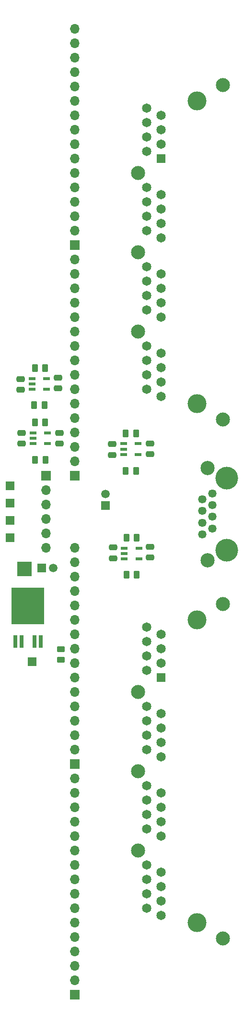
<source format=gts>
%TF.GenerationSoftware,KiCad,Pcbnew,8.0.5*%
%TF.CreationDate,2024-12-10T19:13:56+02:00*%
%TF.ProjectId,Pico Wide GPIO Connect,5069636f-2057-4696-9465-204750494f20,rev?*%
%TF.SameCoordinates,PX1c76608PY1287e58*%
%TF.FileFunction,Soldermask,Top*%
%TF.FilePolarity,Negative*%
%FSLAX46Y46*%
G04 Gerber Fmt 4.6, Leading zero omitted, Abs format (unit mm)*
G04 Created by KiCad (PCBNEW 8.0.5) date 2024-12-10 19:13:56*
%MOMM*%
%LPD*%
G01*
G04 APERTURE LIST*
G04 Aperture macros list*
%AMRoundRect*
0 Rectangle with rounded corners*
0 $1 Rounding radius*
0 $2 $3 $4 $5 $6 $7 $8 $9 X,Y pos of 4 corners*
0 Add a 4 corners polygon primitive as box body*
4,1,4,$2,$3,$4,$5,$6,$7,$8,$9,$2,$3,0*
0 Add four circle primitives for the rounded corners*
1,1,$1+$1,$2,$3*
1,1,$1+$1,$4,$5*
1,1,$1+$1,$6,$7*
1,1,$1+$1,$8,$9*
0 Add four rect primitives between the rounded corners*
20,1,$1+$1,$2,$3,$4,$5,0*
20,1,$1+$1,$4,$5,$6,$7,0*
20,1,$1+$1,$6,$7,$8,$9,0*
20,1,$1+$1,$8,$9,$2,$3,0*%
G04 Aperture macros list end*
%ADD10R,1.500000X1.500000*%
%ADD11C,1.500000*%
%ADD12RoundRect,0.250000X0.262500X0.450000X-0.262500X0.450000X-0.262500X-0.450000X0.262500X-0.450000X0*%
%ADD13RoundRect,0.250000X-0.262500X-0.450000X0.262500X-0.450000X0.262500X0.450000X-0.262500X0.450000X0*%
%ADD14RoundRect,0.250000X0.475000X-0.250000X0.475000X0.250000X-0.475000X0.250000X-0.475000X-0.250000X0*%
%ADD15R,1.150000X0.600000*%
%ADD16R,2.500000X2.500000*%
%ADD17C,3.330000*%
%ADD18R,1.650000X1.650000*%
%ADD19C,1.650000*%
%ADD20C,2.475000*%
%ADD21RoundRect,0.250000X0.450000X-0.262500X0.450000X0.262500X-0.450000X0.262500X-0.450000X-0.262500X0*%
%ADD22R,0.800000X2.200000*%
%ADD23R,5.800000X6.400000*%
%ADD24C,4.000000*%
%ADD25C,1.470000*%
%ADD26C,2.500000*%
%ADD27R,1.700000X1.700000*%
%ADD28O,1.700000X1.700000*%
G04 APERTURE END LIST*
D10*
%TO.C,C9*%
X-5826000Y-94996000D03*
D11*
X-3826000Y-94996000D03*
%TD*%
D10*
%TO.C,C10*%
X5461000Y-83931000D03*
D11*
X5461000Y-81930999D03*
%TD*%
D12*
%TO.C,R4*%
X10945500Y-96125500D03*
X9120500Y-96125500D03*
%TD*%
D13*
%TO.C,R9*%
X-7038500Y-59741000D03*
X-5213500Y-59741000D03*
%TD*%
%TO.C,R8*%
X-7038500Y-69332000D03*
X-5213500Y-69332000D03*
%TD*%
%TO.C,R7*%
X8993500Y-71237000D03*
X10818500Y-71237000D03*
%TD*%
%TO.C,R6*%
X9130500Y-89652000D03*
X10955500Y-89652000D03*
%TD*%
D14*
%TO.C,C8*%
X6741000Y-93263000D03*
X6741000Y-91363000D03*
%TD*%
%TO.C,C7*%
X6604000Y-75052000D03*
X6604000Y-73152000D03*
%TD*%
%TO.C,C6*%
X-9428000Y-73070000D03*
X-9428000Y-71170000D03*
%TD*%
%TO.C,C5*%
X-9555000Y-63606000D03*
X-9555000Y-61706000D03*
%TD*%
%TO.C,C4*%
X13335000Y-93136000D03*
X13335000Y-91236000D03*
%TD*%
%TO.C,C3*%
X13335000Y-74930000D03*
X13335000Y-73030000D03*
%TD*%
%TO.C,C2*%
X-2697000Y-73070000D03*
X-2697000Y-71170000D03*
%TD*%
%TO.C,C1*%
X-2951000Y-63352000D03*
X-2951000Y-61452000D03*
%TD*%
D12*
%TO.C,R1*%
X-5340500Y-66238000D03*
X-7165500Y-66238000D03*
%TD*%
D15*
%TO.C,IC1*%
X-7553000Y-61595000D03*
X-7553000Y-62545000D03*
X-7553000Y-63495000D03*
X-4953000Y-63495000D03*
X-4953000Y-61595000D03*
%TD*%
D12*
%TO.C,R3*%
X10818500Y-77861000D03*
X8993500Y-77861000D03*
%TD*%
%TO.C,R2*%
X-5183500Y-75956000D03*
X-7008500Y-75956000D03*
%TD*%
D15*
%TO.C,IC4*%
X8733000Y-91482500D03*
X8733000Y-92432500D03*
X8733000Y-93382500D03*
X11333000Y-93382500D03*
X11333000Y-91482500D03*
%TD*%
%TO.C,IC2*%
X-7396000Y-71186000D03*
X-7396000Y-72136000D03*
X-7396000Y-73086000D03*
X-4796000Y-73086000D03*
X-4796000Y-71186000D03*
%TD*%
%TO.C,IC3*%
X8606000Y-73091000D03*
X8606000Y-74041000D03*
X8606000Y-74991000D03*
X11206000Y-74991000D03*
X11206000Y-73091000D03*
%TD*%
D16*
%TO.C,TP1*%
X-8890000Y-95123000D03*
%TD*%
D17*
%TO.C,J3*%
X21590000Y-157480000D03*
X21590000Y-104140000D03*
D18*
X15240000Y-114300000D03*
D19*
X12700000Y-113030000D03*
X15240000Y-111760000D03*
X12700000Y-110490000D03*
X15240000Y-109220000D03*
X12700000Y-107950000D03*
X15240000Y-106680000D03*
X12700000Y-105410000D03*
X15240000Y-128270000D03*
X12700000Y-127000000D03*
X15240000Y-125730000D03*
X12700000Y-124460000D03*
X15240000Y-123190000D03*
X12700000Y-121920000D03*
X15240000Y-120650000D03*
X12700000Y-119380000D03*
X15240000Y-142240000D03*
X12700000Y-140970000D03*
X15240000Y-139700000D03*
X12700000Y-138430000D03*
X15240000Y-137160000D03*
X12700000Y-135890000D03*
X15240000Y-134620000D03*
X12700000Y-133350000D03*
X15240000Y-156210000D03*
X12700000Y-154940000D03*
X15240000Y-153670000D03*
X12700000Y-152400000D03*
X15240000Y-151130000D03*
X12700000Y-149860000D03*
X15240000Y-148590000D03*
X12700000Y-147320000D03*
D20*
X26160000Y-160270000D03*
X11180000Y-144780000D03*
X11180000Y-130810000D03*
X11180000Y-116840000D03*
X26160000Y-101350000D03*
%TD*%
D10*
%TO.C,TP6*%
X-11430000Y-80518000D03*
%TD*%
D21*
%TO.C,R5*%
X-2423000Y-111148500D03*
X-2423000Y-109323500D03*
%TD*%
D17*
%TO.C,J2*%
X21590000Y-66040000D03*
X21590000Y-12700000D03*
D18*
X15240000Y-22860000D03*
D19*
X12700000Y-21590000D03*
X15240000Y-20320000D03*
X12700000Y-19050000D03*
X15240000Y-17780000D03*
X12700000Y-16510000D03*
X15240000Y-15240000D03*
X12700000Y-13970000D03*
X15240000Y-36830000D03*
X12700000Y-35560000D03*
X15240000Y-34290000D03*
X12700000Y-33020000D03*
X15240000Y-31750000D03*
X12700000Y-30480000D03*
X15240000Y-29210000D03*
X12700000Y-27940000D03*
X15240000Y-50800000D03*
X12700000Y-49530000D03*
X15240000Y-48260000D03*
X12700000Y-46990000D03*
X15240000Y-45720000D03*
X12700000Y-44450000D03*
X15240000Y-43180000D03*
X12700000Y-41910000D03*
X15240000Y-64770000D03*
X12700000Y-63500000D03*
X15240000Y-62230000D03*
X12700000Y-60960000D03*
X15240000Y-59690000D03*
X12700000Y-58420000D03*
X15240000Y-57150000D03*
X12700000Y-55880000D03*
D20*
X26160000Y-68830000D03*
X11180000Y-53340000D03*
X11180000Y-39370000D03*
X11180000Y-25400000D03*
X26160000Y-9910000D03*
%TD*%
D10*
%TO.C,TP5*%
X-11430000Y-83566000D03*
%TD*%
%TO.C,TP3*%
X-11430000Y-86614000D03*
%TD*%
D22*
%TO.C,Q1*%
X-10535000Y-107959000D03*
X-9395000Y-107959000D03*
D23*
X-8255000Y-101659000D03*
D22*
X-7115000Y-107959000D03*
X-5975000Y-107959000D03*
%TD*%
D24*
%TO.C,J1*%
X26858000Y-91809000D03*
X26858000Y-79109000D03*
D25*
X24318000Y-81879000D03*
X22538000Y-82899000D03*
X24318000Y-83919000D03*
X22538000Y-84939000D03*
X24318000Y-85959000D03*
X22538000Y-86979000D03*
X24318000Y-87999000D03*
X22538000Y-89019000D03*
D26*
X23428000Y-77329000D03*
X23428000Y-93589000D03*
%TD*%
D10*
%TO.C,TP4*%
X-11430000Y-89662000D03*
%TD*%
%TO.C,TP2*%
X-7493000Y-111506000D03*
%TD*%
D27*
%TO.C,J4*%
X0Y-170180000D03*
D28*
X0Y-167640000D03*
X0Y-165100000D03*
X0Y-162560000D03*
X0Y-160020000D03*
X0Y-157480000D03*
X0Y-154940000D03*
X0Y-152400000D03*
X0Y-149860000D03*
X0Y-147320000D03*
X0Y-144780000D03*
X0Y-142240000D03*
X0Y-139700000D03*
X0Y-137160000D03*
X0Y-134620000D03*
X0Y-132080000D03*
%TD*%
D27*
%TO.C,J7*%
X0Y-38100000D03*
D28*
X0Y-35560000D03*
X0Y-33020000D03*
X0Y-30480000D03*
X0Y-27940000D03*
X0Y-25400000D03*
X0Y-22860000D03*
X0Y-20320000D03*
X0Y-17780000D03*
X0Y-15240000D03*
X0Y-12700000D03*
X0Y-10160000D03*
X0Y-7620000D03*
X0Y-5080000D03*
X0Y-2540000D03*
X0Y0D03*
%TD*%
D27*
%TO.C,J6*%
X0Y-78740000D03*
D28*
X0Y-76200000D03*
X0Y-73660000D03*
X0Y-71120000D03*
X0Y-68580000D03*
X0Y-66040000D03*
X0Y-63500000D03*
X0Y-60960000D03*
X0Y-58420000D03*
X0Y-55880000D03*
X0Y-53340000D03*
X0Y-50800000D03*
X0Y-48260000D03*
X0Y-45720000D03*
X0Y-43180000D03*
X0Y-40640000D03*
%TD*%
D27*
%TO.C,J9*%
X-5080000Y-78740000D03*
D28*
X-5080000Y-81280000D03*
X-5080000Y-83820000D03*
X-5080000Y-86360000D03*
X-5080000Y-88900000D03*
X-5080000Y-91440000D03*
%TD*%
D27*
%TO.C,J5*%
X0Y-129540000D03*
D28*
X0Y-127000000D03*
X0Y-124460000D03*
X0Y-121920000D03*
X0Y-119380000D03*
X0Y-116840000D03*
X0Y-114300000D03*
X0Y-111760000D03*
X0Y-109220000D03*
X0Y-106680000D03*
X0Y-104140000D03*
X0Y-101600000D03*
X0Y-99060000D03*
X0Y-96520000D03*
X0Y-93980000D03*
X0Y-91440000D03*
%TD*%
M02*

</source>
